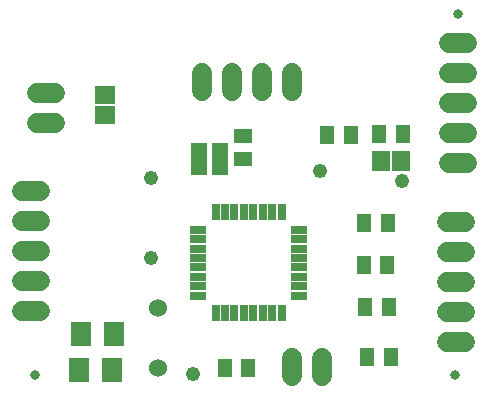
<source format=gts>
G75*
%MOIN*%
%OFA0B0*%
%FSLAX25Y25*%
%IPPOS*%
%LPD*%
%AMOC8*
5,1,8,0,0,1.08239X$1,22.5*
%
%ADD10C,0.03162*%
%ADD11C,0.06800*%
%ADD12R,0.07099X0.07887*%
%ADD13R,0.06706X0.05918*%
%ADD14R,0.05918X0.06706*%
%ADD15C,0.06000*%
%ADD16R,0.06312X0.05131*%
%ADD17R,0.05131X0.06312*%
%ADD18R,0.05800X0.10800*%
%ADD19R,0.05800X0.03000*%
%ADD20R,0.03000X0.05800*%
%ADD21C,0.04762*%
D10*
X0010360Y0011059D03*
X0150320Y0011059D03*
X0151502Y0131531D03*
D11*
X0148541Y0121846D02*
X0154541Y0121846D01*
X0154541Y0111846D02*
X0148541Y0111846D01*
X0148541Y0101846D02*
X0154541Y0101846D01*
X0154541Y0091846D02*
X0148541Y0091846D01*
X0148541Y0081846D02*
X0154541Y0081846D01*
X0153832Y0062004D02*
X0147832Y0062004D01*
X0147832Y0052004D02*
X0153832Y0052004D01*
X0153832Y0042004D02*
X0147832Y0042004D01*
X0147832Y0032004D02*
X0153832Y0032004D01*
X0153832Y0022004D02*
X0147832Y0022004D01*
X0106265Y0016657D02*
X0106265Y0010657D01*
X0096265Y0010657D02*
X0096265Y0016657D01*
X0012100Y0032437D02*
X0006100Y0032437D01*
X0006100Y0042437D02*
X0012100Y0042437D01*
X0012100Y0052437D02*
X0006100Y0052437D01*
X0006100Y0062437D02*
X0012100Y0062437D01*
X0012100Y0072437D02*
X0006100Y0072437D01*
X0011061Y0095075D02*
X0017061Y0095075D01*
X0017061Y0105075D02*
X0011061Y0105075D01*
X0066147Y0105933D02*
X0066147Y0111933D01*
X0076147Y0111933D02*
X0076147Y0105933D01*
X0086147Y0105933D02*
X0086147Y0111933D01*
X0096147Y0111933D02*
X0096147Y0105933D01*
D12*
X0036856Y0024878D03*
X0025832Y0024878D03*
X0025242Y0012870D03*
X0036265Y0012870D03*
D13*
X0033864Y0097909D03*
X0033864Y0104602D03*
D14*
X0125793Y0082555D03*
X0132486Y0082555D03*
D15*
X0051423Y0033500D03*
X0051423Y0013500D03*
D16*
X0079887Y0082949D03*
X0079887Y0090823D03*
D17*
X0107919Y0091138D03*
X0115793Y0091138D03*
X0125163Y0091335D03*
X0133037Y0091335D03*
X0128037Y0061886D03*
X0120163Y0061886D03*
X0120084Y0047909D03*
X0127958Y0047909D03*
X0128352Y0033736D03*
X0120478Y0033736D03*
X0121147Y0017004D03*
X0129021Y0017004D03*
X0081541Y0013461D03*
X0073667Y0013461D03*
D18*
X0072210Y0083224D03*
X0065242Y0083028D03*
D19*
X0064798Y0059563D03*
X0064798Y0056413D03*
X0064798Y0053264D03*
X0064798Y0050114D03*
X0064798Y0046965D03*
X0064798Y0043815D03*
X0064798Y0040665D03*
X0064798Y0037516D03*
X0098598Y0037516D03*
X0098598Y0040665D03*
X0098598Y0043815D03*
X0098598Y0046965D03*
X0098598Y0050114D03*
X0098598Y0053264D03*
X0098598Y0056413D03*
X0098598Y0059563D03*
D20*
X0092722Y0065439D03*
X0089572Y0065439D03*
X0086423Y0065439D03*
X0083273Y0065439D03*
X0080124Y0065439D03*
X0076974Y0065439D03*
X0073824Y0065439D03*
X0070675Y0065439D03*
X0070675Y0031639D03*
X0073824Y0031639D03*
X0076974Y0031639D03*
X0080124Y0031639D03*
X0083273Y0031639D03*
X0086423Y0031639D03*
X0089572Y0031639D03*
X0092722Y0031639D03*
D21*
X0063313Y0011453D03*
X0049139Y0050232D03*
X0049139Y0076807D03*
X0105439Y0079169D03*
X0132801Y0075823D03*
M02*

</source>
